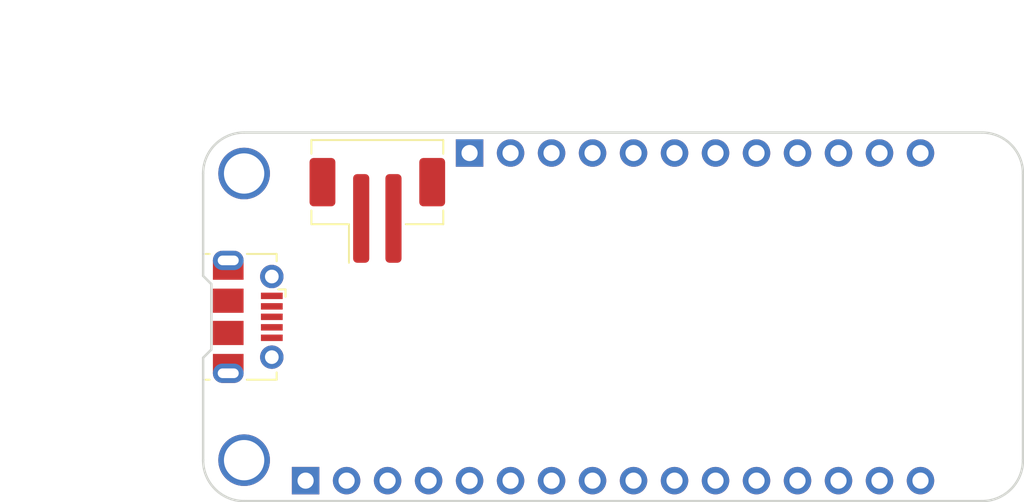
<source format=kicad_pcb>
(kicad_pcb (version 20171130) (host pcbnew 5.1.2)

  (general
    (thickness 1.6)
    (drawings 14)
    (tracks 0)
    (zones 0)
    (modules 8)
    (nets 32)
  )

  (page A4)
  (layers
    (0 F.Cu signal)
    (31 B.Cu signal)
    (32 B.Adhes user)
    (33 F.Adhes user)
    (34 B.Paste user)
    (35 F.Paste user)
    (36 B.SilkS user)
    (37 F.SilkS user)
    (38 B.Mask user)
    (39 F.Mask user)
    (40 Dwgs.User user)
    (41 Cmts.User user hide)
    (42 Eco1.User user)
    (43 Eco2.User user)
    (44 Edge.Cuts user)
    (45 Margin user)
    (46 B.CrtYd user)
    (47 F.CrtYd user)
    (48 B.Fab user)
    (49 F.Fab user)
  )

  (setup
    (last_trace_width 0.25)
    (trace_clearance 0.2)
    (zone_clearance 0.508)
    (zone_45_only no)
    (trace_min 0.2)
    (via_size 0.8)
    (via_drill 0.4)
    (via_min_size 0.4)
    (via_min_drill 0.3)
    (uvia_size 0.3)
    (uvia_drill 0.1)
    (uvias_allowed no)
    (uvia_min_size 0.2)
    (uvia_min_drill 0.1)
    (edge_width 0.05)
    (segment_width 0.2)
    (pcb_text_width 0.3)
    (pcb_text_size 1.5 1.5)
    (mod_edge_width 0.12)
    (mod_text_size 1 1)
    (mod_text_width 0.15)
    (pad_size 3.2 3.2)
    (pad_drill 2.5)
    (pad_to_mask_clearance 0.051)
    (solder_mask_min_width 0.25)
    (aux_axis_origin 0 0)
    (visible_elements FFFFF77F)
    (pcbplotparams
      (layerselection 0x010fc_ffffffff)
      (usegerberextensions false)
      (usegerberattributes false)
      (usegerberadvancedattributes false)
      (creategerberjobfile false)
      (excludeedgelayer true)
      (linewidth 0.100000)
      (plotframeref false)
      (viasonmask false)
      (mode 1)
      (useauxorigin false)
      (hpglpennumber 1)
      (hpglpenspeed 20)
      (hpglpendiameter 15.000000)
      (psnegative false)
      (psa4output false)
      (plotreference true)
      (plotvalue true)
      (plotinvisibletext false)
      (padsonsilk false)
      (subtractmaskfromsilk false)
      (outputformat 1)
      (mirror false)
      (drillshape 1)
      (scaleselection 1)
      (outputdirectory ""))
  )

  (net 0 "")
  (net 1 "Net-(J2-Pad3)")
  (net 2 "Net-(J2-Pad4)")
  (net 3 "Net-(J2-Pad2)")
  (net 4 +BATT)
  (net 5 GND)
  (net 6 VBUS)
  (net 7 /MISC)
  (net 8 /TX)
  (net 9 /RX)
  (net 10 /MISO)
  (net 11 /MOSI)
  (net 12 /SCK)
  (net 13 /A5)
  (net 14 /A4)
  (net 15 /A3)
  (net 16 /A2)
  (net 17 /A1)
  (net 18 /A0)
  (net 19 /Aref)
  (net 20 +3V3)
  (net 21 /~RST~)
  (net 22 /SDA)
  (net 23 /SCL)
  (net 24 /GPIO05)
  (net 25 /GPIO06)
  (net 26 /GPIO09)
  (net 27 /GPIO10)
  (net 28 /GPIO11)
  (net 29 /GPIO12)
  (net 30 /GPIO13)
  (net 31 /EN)

  (net_class Default "This is the default net class."
    (clearance 0.2)
    (trace_width 0.25)
    (via_dia 0.8)
    (via_drill 0.4)
    (uvia_dia 0.3)
    (uvia_drill 0.1)
    (add_net +3V3)
    (add_net +BATT)
    (add_net /A0)
    (add_net /A1)
    (add_net /A2)
    (add_net /A3)
    (add_net /A4)
    (add_net /A5)
    (add_net /Aref)
    (add_net /EN)
    (add_net /GPIO05)
    (add_net /GPIO06)
    (add_net /GPIO09)
    (add_net /GPIO10)
    (add_net /GPIO11)
    (add_net /GPIO12)
    (add_net /GPIO13)
    (add_net /MISC)
    (add_net /MISO)
    (add_net /MOSI)
    (add_net /RX)
    (add_net /SCK)
    (add_net /SCL)
    (add_net /SDA)
    (add_net /TX)
    (add_net /~RST~)
    (add_net GND)
    (add_net "Net-(J2-Pad2)")
    (add_net "Net-(J2-Pad3)")
    (add_net "Net-(J2-Pad4)")
    (add_net VBUS)
  )

  (module Connector_JST:JST_PH_B2B-PH-SM4-TB_1x02-1MP_P2.00mm_Vertical (layer F.Cu) (tedit 5B78AD87) (tstamp 5D53D682)
    (at 137.795 86.106)
    (descr "JST PH series connector, B2B-PH-SM4-TB (http://www.jst-mfg.com/product/pdf/eng/ePH.pdf), generated with kicad-footprint-generator")
    (tags "connector JST PH side entry")
    (path /5D4DC9A5)
    (attr smd)
    (fp_text reference J1 (at 0 -5.45) (layer F.SilkS) hide
      (effects (font (size 1 1) (thickness 0.15)))
    )
    (fp_text value Conn_Battery (at 0 4.45) (layer F.Fab) hide
      (effects (font (size 1 1) (thickness 0.15)))
    )
    (fp_text user %R (at 0 -1) (layer F.Fab) hide
      (effects (font (size 1 1) (thickness 0.15)))
    )
    (fp_line (start -1 0.042893) (end -0.5 0.75) (layer F.Fab) (width 0.1))
    (fp_line (start -1.5 0.75) (end -1 0.042893) (layer F.Fab) (width 0.1))
    (fp_line (start 4.7 -4.75) (end -4.7 -4.75) (layer F.CrtYd) (width 0.05))
    (fp_line (start 4.7 3.75) (end 4.7 -4.75) (layer F.CrtYd) (width 0.05))
    (fp_line (start -4.7 3.75) (end 4.7 3.75) (layer F.CrtYd) (width 0.05))
    (fp_line (start -4.7 -4.75) (end -4.7 3.75) (layer F.CrtYd) (width 0.05))
    (fp_line (start 1.25 -2.75) (end 0.75 -2.75) (layer F.Fab) (width 0.1))
    (fp_line (start 1.25 -2.25) (end 1.25 -2.75) (layer F.Fab) (width 0.1))
    (fp_line (start 0.75 -2.25) (end 1.25 -2.25) (layer F.Fab) (width 0.1))
    (fp_line (start 0.75 -2.75) (end 0.75 -2.25) (layer F.Fab) (width 0.1))
    (fp_line (start -0.75 -2.75) (end -1.25 -2.75) (layer F.Fab) (width 0.1))
    (fp_line (start -0.75 -2.25) (end -0.75 -2.75) (layer F.Fab) (width 0.1))
    (fp_line (start -1.25 -2.25) (end -0.75 -2.25) (layer F.Fab) (width 0.1))
    (fp_line (start -1.25 -2.75) (end -1.25 -2.25) (layer F.Fab) (width 0.1))
    (fp_line (start 3.975 0.75) (end 3.975 -4.25) (layer F.Fab) (width 0.1))
    (fp_line (start -3.975 0.75) (end -3.975 -4.25) (layer F.Fab) (width 0.1))
    (fp_line (start -3.975 -4.25) (end 3.975 -4.25) (layer F.Fab) (width 0.1))
    (fp_line (start 4.085 -4.36) (end 4.085 -3.51) (layer F.SilkS) (width 0.12))
    (fp_line (start -4.085 -4.36) (end 4.085 -4.36) (layer F.SilkS) (width 0.12))
    (fp_line (start -4.085 -3.51) (end -4.085 -4.36) (layer F.SilkS) (width 0.12))
    (fp_line (start 4.085 0.86) (end 1.76 0.86) (layer F.SilkS) (width 0.12))
    (fp_line (start 4.085 0.01) (end 4.085 0.86) (layer F.SilkS) (width 0.12))
    (fp_line (start -1.76 0.86) (end -1.76 3.25) (layer F.SilkS) (width 0.12))
    (fp_line (start -4.085 0.86) (end -1.76 0.86) (layer F.SilkS) (width 0.12))
    (fp_line (start -4.085 0.01) (end -4.085 0.86) (layer F.SilkS) (width 0.12))
    (fp_line (start -3.975 0.75) (end 3.975 0.75) (layer F.Fab) (width 0.1))
    (pad MP smd roundrect (at 3.4 -1.75) (size 1.6 3) (layers F.Cu F.Paste F.Mask) (roundrect_rratio 0.15625))
    (pad MP smd roundrect (at -3.4 -1.75) (size 1.6 3) (layers F.Cu F.Paste F.Mask) (roundrect_rratio 0.15625))
    (pad 2 smd roundrect (at 1 0.5) (size 1 5.5) (layers F.Cu F.Paste F.Mask) (roundrect_rratio 0.25)
      (net 4 +BATT))
    (pad 1 smd roundrect (at -1 0.5) (size 1 5.5) (layers F.Cu F.Paste F.Mask) (roundrect_rratio 0.25)
      (net 5 GND))
    (model ${KISYS3DMOD}/Connector_JST.3dshapes/JST_PH_B2B-PH-SM4-TB_1x02-1MP_P2.00mm_Vertical.wrl
      (at (xyz 0 0 0))
      (scale (xyz 1 1 1))
      (rotate (xyz 0 0 0))
    )
  )

  (module Connector_USB:USB_Micro-B_Molex-105017-0001 locked (layer F.Cu) (tedit 5A1DC0BE) (tstamp 5D4E12BF)
    (at 129.794 92.71 270)
    (descr http://www.molex.com/pdm_docs/sd/1050170001_sd.pdf)
    (tags "Micro-USB SMD Typ-B")
    (path /5D4D715B)
    (attr smd)
    (fp_text reference J2 (at 0 -3.1125 90) (layer F.SilkS) hide
      (effects (font (size 1 1) (thickness 0.15)))
    )
    (fp_text value USB_B_Micro (at 0.3 4.3375 90) (layer F.Fab) hide
      (effects (font (size 1 1) (thickness 0.15)))
    )
    (fp_line (start -1.1 -2.1225) (end -1.1 -1.9125) (layer F.Fab) (width 0.1))
    (fp_line (start -1.5 -2.1225) (end -1.5 -1.9125) (layer F.Fab) (width 0.1))
    (fp_line (start -1.5 -2.1225) (end -1.1 -2.1225) (layer F.Fab) (width 0.1))
    (fp_line (start -1.1 -1.9125) (end -1.3 -1.7125) (layer F.Fab) (width 0.1))
    (fp_line (start -1.3 -1.7125) (end -1.5 -1.9125) (layer F.Fab) (width 0.1))
    (fp_line (start -1.7 -2.3125) (end -1.7 -1.8625) (layer F.SilkS) (width 0.12))
    (fp_line (start -1.7 -2.3125) (end -1.25 -2.3125) (layer F.SilkS) (width 0.12))
    (fp_line (start 3.9 -1.7625) (end 3.45 -1.7625) (layer F.SilkS) (width 0.12))
    (fp_line (start 3.9 0.0875) (end 3.9 -1.7625) (layer F.SilkS) (width 0.12))
    (fp_line (start -3.9 2.6375) (end -3.9 2.3875) (layer F.SilkS) (width 0.12))
    (fp_line (start -3.75 3.3875) (end -3.75 -1.6125) (layer F.Fab) (width 0.1))
    (fp_line (start -3.75 -1.6125) (end 3.75 -1.6125) (layer F.Fab) (width 0.1))
    (fp_line (start -3.75 3.389204) (end 3.75 3.389204) (layer F.Fab) (width 0.1))
    (fp_line (start -3 2.689204) (end 3 2.689204) (layer F.Fab) (width 0.1))
    (fp_line (start 3.75 3.3875) (end 3.75 -1.6125) (layer F.Fab) (width 0.1))
    (fp_line (start 3.9 2.6375) (end 3.9 2.3875) (layer F.SilkS) (width 0.12))
    (fp_line (start -3.9 0.0875) (end -3.9 -1.7625) (layer F.SilkS) (width 0.12))
    (fp_line (start -3.9 -1.7625) (end -3.45 -1.7625) (layer F.SilkS) (width 0.12))
    (fp_line (start -4.4 3.64) (end -4.4 -2.46) (layer F.CrtYd) (width 0.05))
    (fp_line (start -4.4 -2.46) (end 4.4 -2.46) (layer F.CrtYd) (width 0.05))
    (fp_line (start 4.4 -2.46) (end 4.4 3.64) (layer F.CrtYd) (width 0.05))
    (fp_line (start -4.4 3.64) (end 4.4 3.64) (layer F.CrtYd) (width 0.05))
    (fp_text user %R (at 0 0.8875 90) (layer F.Fab) hide
      (effects (font (size 1 1) (thickness 0.15)))
    )
    (fp_text user "PCB Edge" (at 0 2.6875 90) (layer Dwgs.User)
      (effects (font (size 0.5 0.5) (thickness 0.08)))
    )
    (pad 6 smd rect (at -2.9 1.2375 270) (size 1.2 1.9) (layers F.Cu F.Mask)
      (net 5 GND))
    (pad 6 smd rect (at 2.9 1.2375 270) (size 1.2 1.9) (layers F.Cu F.Mask)
      (net 5 GND))
    (pad 6 thru_hole oval (at 3.5 1.2375 270) (size 1.2 1.9) (drill oval 0.6 1.3) (layers *.Cu *.Mask)
      (net 5 GND))
    (pad 6 thru_hole oval (at -3.5 1.2375 90) (size 1.2 1.9) (drill oval 0.6 1.3) (layers *.Cu *.Mask)
      (net 5 GND))
    (pad 6 smd rect (at -1 1.2375 270) (size 1.5 1.9) (layers F.Cu F.Paste F.Mask)
      (net 5 GND))
    (pad 6 thru_hole circle (at 2.5 -1.4625 270) (size 1.45 1.45) (drill 0.85) (layers *.Cu *.Mask)
      (net 5 GND))
    (pad 3 smd rect (at 0 -1.4625 270) (size 0.4 1.35) (layers F.Cu F.Paste F.Mask)
      (net 1 "Net-(J2-Pad3)"))
    (pad 4 smd rect (at 0.65 -1.4625 270) (size 0.4 1.35) (layers F.Cu F.Paste F.Mask)
      (net 2 "Net-(J2-Pad4)"))
    (pad 5 smd rect (at 1.3 -1.4625 270) (size 0.4 1.35) (layers F.Cu F.Paste F.Mask)
      (net 5 GND))
    (pad 1 smd rect (at -1.3 -1.4625 270) (size 0.4 1.35) (layers F.Cu F.Paste F.Mask)
      (net 6 VBUS))
    (pad 2 smd rect (at -0.65 -1.4625 270) (size 0.4 1.35) (layers F.Cu F.Paste F.Mask)
      (net 3 "Net-(J2-Pad2)"))
    (pad 6 thru_hole circle (at -2.5 -1.4625 270) (size 1.45 1.45) (drill 0.85) (layers *.Cu *.Mask)
      (net 5 GND))
    (pad 6 smd rect (at 1 1.2375 270) (size 1.5 1.9) (layers F.Cu F.Paste F.Mask)
      (net 5 GND))
    (model ${KISYS3DMOD}/Connector_USB.3dshapes/USB_Micro-B_Molex-105017-0001.wrl
      (at (xyz 0 0 0))
      (scale (xyz 1 1 1))
      (rotate (xyz 0 0 0))
    )
  )

  (module MountingHole:MountingHole_2.5mm_Pad locked (layer F.Cu) (tedit 5D4D8656) (tstamp 5D4E0263)
    (at 129.54 83.82)
    (descr "Mounting Hole 2.5mm")
    (tags "mounting hole 2.5mm")
    (attr virtual)
    (fp_text reference REF** (at 0 -3.5) (layer F.SilkS) hide
      (effects (font (size 1 1) (thickness 0.15)))
    )
    (fp_text value MountingHole_2.5mm_Pad (at 0 3.5) (layer F.Fab) hide
      (effects (font (size 1 1) (thickness 0.15)))
    )
    (fp_text user %R (at 0.3 0) (layer F.Fab) hide
      (effects (font (size 1 1) (thickness 0.15)))
    )
    (pad "" thru_hole circle (at 0 0) (size 3.2 3.2) (drill 2.5) (layers *.Cu *.Mask))
  )

  (module MountingHole:MountingHole_2.5mm_Pad locked (layer F.Cu) (tedit 5D4D8651) (tstamp 5D4E00FA)
    (at 129.54 101.6)
    (descr "Mounting Hole 2.5mm")
    (tags "mounting hole 2.5mm")
    (attr virtual)
    (fp_text reference REF** (at 0 -3.5) (layer F.SilkS) hide
      (effects (font (size 1 1) (thickness 0.15)))
    )
    (fp_text value MountingHole_2.5mm_Pad (at 0 3.5) (layer F.Fab) hide
      (effects (font (size 1 1) (thickness 0.15)))
    )
    (fp_text user %R (at 0.3 0) (layer F.Fab) hide
      (effects (font (size 1 1) (thickness 0.15)))
    )
    (pad "" thru_hole circle (at 0 0) (size 3.2 3.2) (drill 2.5) (layers *.Cu *.Mask))
  )

  (module MountingHole:MountingHole_2.2mm_M2 locked (layer F.Cu) (tedit 5D4D864B) (tstamp 5D4E0624)
    (at 175.26 102.235)
    (descr "Mounting Hole 2.2mm, no annular, M2")
    (tags "mounting hole 2.2mm no annular m2")
    (attr virtual)
    (fp_text reference REF** (at 0 -3.2) (layer F.SilkS) hide
      (effects (font (size 1 1) (thickness 0.15)))
    )
    (fp_text value MountingHole_2.2mm_M2 (at 0 3.2) (layer F.Fab) hide
      (effects (font (size 1 1) (thickness 0.15)))
    )
    (fp_text user %R (at 0.3 0) (layer F.Fab) hide
      (effects (font (size 1 1) (thickness 0.15)))
    )
    (pad 1 np_thru_hole circle (at 0 0) (size 2.2 2.2) (drill 2.2) (layers *.Cu *.Mask))
  )

  (module MountingHole:MountingHole_2.2mm_M2 locked (layer F.Cu) (tedit 5D4D8641) (tstamp 5D4E05EF)
    (at 175.26 83.185)
    (descr "Mounting Hole 2.2mm, no annular, M2")
    (tags "mounting hole 2.2mm no annular m2")
    (attr virtual)
    (fp_text reference REF** (at 0 -3.2) (layer F.SilkS) hide
      (effects (font (size 1 1) (thickness 0.15)))
    )
    (fp_text value MountingHole_2.2mm_M2 (at 0 3.2) (layer F.Fab) hide
      (effects (font (size 1 1) (thickness 0.15)))
    )
    (fp_text user %R (at 0.3 0) (layer F.Fab) hide
      (effects (font (size 1 1) (thickness 0.15)))
    )
    (pad 1 np_thru_hole circle (at 0 0) (size 2.2 2.2) (drill 2.2) (layers *.Cu *.Mask))
  )

  (module Connector_PinSocket_2.54mm:PinSocket_1x12_P2.54mm_Vertical (layer F.Cu) (tedit 5D4D8634) (tstamp 5D4E07D8)
    (at 143.51 82.55 90)
    (descr "Through hole straight socket strip, 1x12, 2.54mm pitch, single row (from Kicad 4.0.7), script generated")
    (tags "Through hole socket strip THT 1x12 2.54mm single row")
    (path /5D4E69E8)
    (fp_text reference J4 (at 0 -2.77 90) (layer F.SilkS) hide
      (effects (font (size 1 1) (thickness 0.15)))
    )
    (fp_text value Conn_Right (at 0 30.71 90) (layer F.Fab) hide
      (effects (font (size 1 1) (thickness 0.15)))
    )
    (fp_text user %R (at 0 13.97 180) (layer F.Fab) hide
      (effects (font (size 1 1) (thickness 0.15)))
    )
    (fp_line (start -1.27 29.21) (end -1.27 -1.27) (layer F.Fab) (width 0.1))
    (fp_line (start 1.27 29.21) (end -1.27 29.21) (layer F.Fab) (width 0.1))
    (fp_line (start 1.27 -0.635) (end 1.27 29.21) (layer F.Fab) (width 0.1))
    (fp_line (start 0.635 -1.27) (end 1.27 -0.635) (layer F.Fab) (width 0.1))
    (fp_line (start -1.27 -1.27) (end 0.635 -1.27) (layer F.Fab) (width 0.1))
    (pad 12 thru_hole oval (at 0 27.94 90) (size 1.7 1.7) (drill 1) (layers *.Cu *.Mask)
      (net 22 /SDA))
    (pad 11 thru_hole oval (at 0 25.4 90) (size 1.7 1.7) (drill 1) (layers *.Cu *.Mask)
      (net 23 /SCL))
    (pad 10 thru_hole oval (at 0 22.86 90) (size 1.7 1.7) (drill 1) (layers *.Cu *.Mask)
      (net 24 /GPIO05))
    (pad 9 thru_hole oval (at 0 20.32 90) (size 1.7 1.7) (drill 1) (layers *.Cu *.Mask)
      (net 25 /GPIO06))
    (pad 8 thru_hole oval (at 0 17.78 90) (size 1.7 1.7) (drill 1) (layers *.Cu *.Mask)
      (net 26 /GPIO09))
    (pad 7 thru_hole oval (at 0 15.24 90) (size 1.7 1.7) (drill 1) (layers *.Cu *.Mask)
      (net 27 /GPIO10))
    (pad 6 thru_hole oval (at 0 12.7 90) (size 1.7 1.7) (drill 1) (layers *.Cu *.Mask)
      (net 28 /GPIO11))
    (pad 5 thru_hole oval (at 0 10.16 90) (size 1.7 1.7) (drill 1) (layers *.Cu *.Mask)
      (net 29 /GPIO12))
    (pad 4 thru_hole oval (at 0 7.62 90) (size 1.7 1.7) (drill 1) (layers *.Cu *.Mask)
      (net 30 /GPIO13))
    (pad 3 thru_hole oval (at 0 5.08 90) (size 1.7 1.7) (drill 1) (layers *.Cu *.Mask)
      (net 6 VBUS))
    (pad 2 thru_hole oval (at 0 2.54 90) (size 1.7 1.7) (drill 1) (layers *.Cu *.Mask)
      (net 31 /EN))
    (pad 1 thru_hole rect (at 0 0 90) (size 1.7 1.7) (drill 1) (layers *.Cu *.Mask)
      (net 4 +BATT))
    (model ${KISYS3DMOD}/Connector_PinSocket_2.54mm.3dshapes/PinSocket_1x12_P2.54mm_Vertical.wrl
      (at (xyz 0 0 0))
      (scale (xyz 1 1 1))
      (rotate (xyz 0 0 0))
    )
  )

  (module Connector_PinSocket_2.54mm:PinSocket_1x16_P2.54mm_Vertical (layer F.Cu) (tedit 5D4D85F8) (tstamp 5D4E07B8)
    (at 133.35 102.87 90)
    (descr "Through hole straight socket strip, 1x16, 2.54mm pitch, single row (from Kicad 4.0.7), script generated")
    (tags "Through hole socket strip THT 1x16 2.54mm single row")
    (path /5D4E7BAF)
    (fp_text reference J3 (at 0 -2.77 90) (layer F.SilkS) hide
      (effects (font (size 1 1) (thickness 0.15)))
    )
    (fp_text value Conn_Left (at 0 40.87 90) (layer F.Fab) hide
      (effects (font (size 1 1) (thickness 0.15)))
    )
    (fp_text user %R (at 0 19.05 180) (layer F.Fab) hide
      (effects (font (size 1 1) (thickness 0.15)))
    )
    (fp_line (start -1.27 39.37) (end -1.27 -1.27) (layer F.Fab) (width 0.1))
    (fp_line (start 1.27 39.37) (end -1.27 39.37) (layer F.Fab) (width 0.1))
    (fp_line (start 1.27 -0.635) (end 1.27 39.37) (layer F.Fab) (width 0.1))
    (fp_line (start 0.635 -1.27) (end 1.27 -0.635) (layer F.Fab) (width 0.1))
    (fp_line (start -1.27 -1.27) (end 0.635 -1.27) (layer F.Fab) (width 0.1))
    (pad 16 thru_hole oval (at 0 38.1 90) (size 1.7 1.7) (drill 1) (layers *.Cu *.Mask)
      (net 7 /MISC))
    (pad 15 thru_hole oval (at 0 35.56 90) (size 1.7 1.7) (drill 1) (layers *.Cu *.Mask)
      (net 8 /TX))
    (pad 14 thru_hole oval (at 0 33.02 90) (size 1.7 1.7) (drill 1) (layers *.Cu *.Mask)
      (net 9 /RX))
    (pad 13 thru_hole oval (at 0 30.48 90) (size 1.7 1.7) (drill 1) (layers *.Cu *.Mask)
      (net 10 /MISO))
    (pad 12 thru_hole oval (at 0 27.94 90) (size 1.7 1.7) (drill 1) (layers *.Cu *.Mask)
      (net 11 /MOSI))
    (pad 11 thru_hole oval (at 0 25.4 90) (size 1.7 1.7) (drill 1) (layers *.Cu *.Mask)
      (net 12 /SCK))
    (pad 10 thru_hole oval (at 0 22.86 90) (size 1.7 1.7) (drill 1) (layers *.Cu *.Mask)
      (net 13 /A5))
    (pad 9 thru_hole oval (at 0 20.32 90) (size 1.7 1.7) (drill 1) (layers *.Cu *.Mask)
      (net 14 /A4))
    (pad 8 thru_hole oval (at 0 17.78 90) (size 1.7 1.7) (drill 1) (layers *.Cu *.Mask)
      (net 15 /A3))
    (pad 7 thru_hole oval (at 0 15.24 90) (size 1.7 1.7) (drill 1) (layers *.Cu *.Mask)
      (net 16 /A2))
    (pad 6 thru_hole oval (at 0 12.7 90) (size 1.7 1.7) (drill 1) (layers *.Cu *.Mask)
      (net 17 /A1))
    (pad 5 thru_hole oval (at 0 10.16 90) (size 1.7 1.7) (drill 1) (layers *.Cu *.Mask)
      (net 18 /A0))
    (pad 4 thru_hole oval (at 0 7.62 90) (size 1.7 1.7) (drill 1) (layers *.Cu *.Mask)
      (net 5 GND))
    (pad 3 thru_hole oval (at 0 5.08 90) (size 1.7 1.7) (drill 1) (layers *.Cu *.Mask)
      (net 19 /Aref))
    (pad 2 thru_hole oval (at 0 2.54 90) (size 1.7 1.7) (drill 1) (layers *.Cu *.Mask)
      (net 20 +3V3))
    (pad 1 thru_hole rect (at 0 0 90) (size 1.7 1.7) (drill 1) (layers *.Cu *.Mask)
      (net 21 /~RST~))
    (model ${KISYS3DMOD}/Connector_PinSocket_2.54mm.3dshapes/PinSocket_1x16_P2.54mm_Vertical.wrl
      (at (xyz 0 0 0))
      (scale (xyz 1 1 1))
      (rotate (xyz 0 0 0))
    )
  )

  (dimension 50.8 (width 0.15) (layer Dwgs.User)
    (gr_text "2.0000 in" (at 152.4 73.757) (layer Dwgs.User)
      (effects (font (size 1 1) (thickness 0.15)))
    )
    (feature1 (pts (xy 177.8 78.74) (xy 177.8 74.470579)))
    (feature2 (pts (xy 127 78.74) (xy 127 74.470579)))
    (crossbar (pts (xy 127 75.057) (xy 177.8 75.057)))
    (arrow1a (pts (xy 177.8 75.057) (xy 176.673496 75.643421)))
    (arrow1b (pts (xy 177.8 75.057) (xy 176.673496 74.470579)))
    (arrow2a (pts (xy 127 75.057) (xy 128.126504 75.643421)))
    (arrow2b (pts (xy 127 75.057) (xy 128.126504 74.470579)))
  )
  (dimension 22.86 (width 0.15) (layer Dwgs.User)
    (gr_text "0.9000 in" (at 118.08 92.71 270) (layer Dwgs.User)
      (effects (font (size 1 1) (thickness 0.15)))
    )
    (feature1 (pts (xy 124.46 104.14) (xy 118.793579 104.14)))
    (feature2 (pts (xy 124.46 81.28) (xy 118.793579 81.28)))
    (crossbar (pts (xy 119.38 81.28) (xy 119.38 104.14)))
    (arrow1a (pts (xy 119.38 104.14) (xy 118.793579 103.013496)))
    (arrow1b (pts (xy 119.38 104.14) (xy 119.966421 103.013496)))
    (arrow2a (pts (xy 119.38 81.28) (xy 118.793579 82.406504)))
    (arrow2b (pts (xy 119.38 81.28) (xy 119.966421 82.406504)))
  )
  (gr_arc (start 129.54 101.6) (end 127 101.6) (angle -90) (layer Edge.Cuts) (width 0.15) (tstamp 5D4D9C62))
  (gr_line (start 127 95.25) (end 127 101.6) (layer Edge.Cuts) (width 0.15) (tstamp 5D4D9C61))
  (gr_line (start 127.508 94.742) (end 127 95.25) (layer Edge.Cuts) (width 0.15) (tstamp 5D4D9C60))
  (gr_line (start 127.508 90.678) (end 127.508 94.742) (layer Edge.Cuts) (width 0.15) (tstamp 5D4D9C5F))
  (gr_line (start 127 90.17) (end 127.508 90.678) (layer Edge.Cuts) (width 0.15) (tstamp 5D4D9C5E))
  (gr_line (start 127 83.82) (end 127 90.17) (layer Edge.Cuts) (width 0.15) (tstamp 5D4D9C5D))
  (gr_arc (start 129.54 83.82) (end 129.54 81.28) (angle -90) (layer Edge.Cuts) (width 0.15) (tstamp 5D4D9C58))
  (gr_arc (start 175.26 101.6) (end 175.26 104.14) (angle -90) (layer Edge.Cuts) (width 0.15) (tstamp 5D4D9C57))
  (gr_line (start 175.26 81.28) (end 129.54 81.28) (layer Edge.Cuts) (width 0.15) (tstamp 5D4D9C56))
  (gr_arc (start 175.26 83.82) (end 177.8 83.82) (angle -90) (layer Edge.Cuts) (width 0.15) (tstamp 5D4D9C55))
  (gr_line (start 129.54 104.14) (end 175.26 104.14) (layer Edge.Cuts) (width 0.15) (tstamp 5D4D9C54))
  (gr_line (start 177.8 101.6) (end 177.8 83.82) (layer Edge.Cuts) (width 0.15) (tstamp 5D4DBB23))

)

</source>
